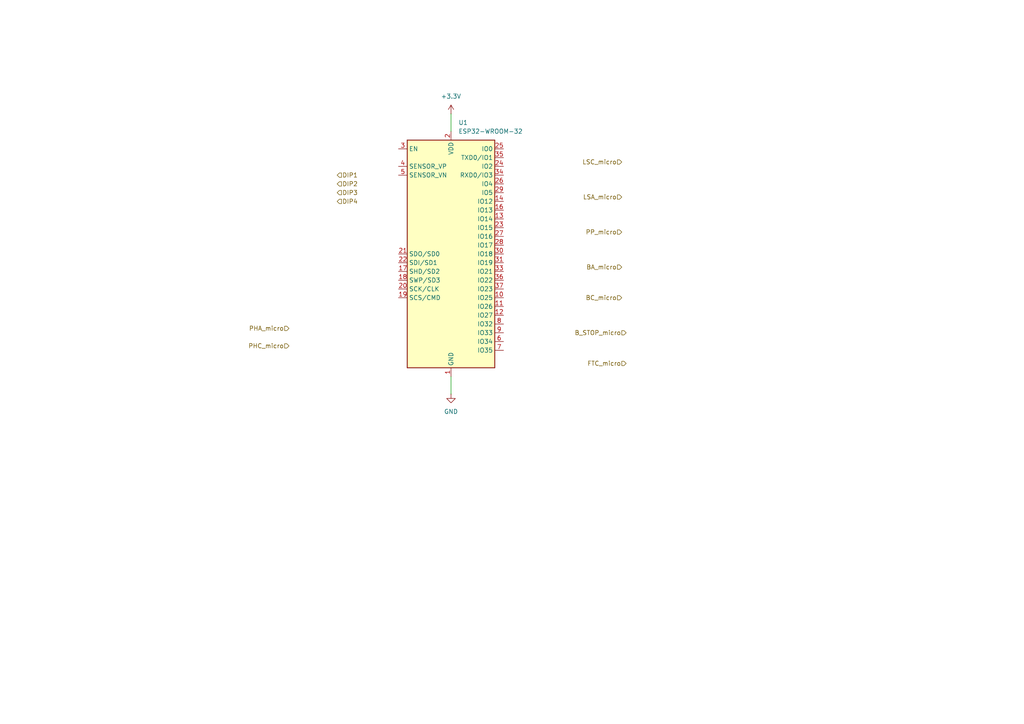
<source format=kicad_sch>
(kicad_sch (version 20250114) (generator "eeschema") (generator_version "9.0")
  (paper "A4")
  (lib_symbols
    (symbol "RF_Module:ESP32-WROOM-32"
      (property "Reference" "U" (at -12.7 34.29 0))
      (property "Value" "ESP32-WROOM-32" (at 1.27 34.29 0))
      (symbol "ESP32-WROOM-32_0_1"
        (rectangle (start -12.7 33.02) (end 12.7 -33.02) (stroke (width 0.254)) (fill (type background)))
      )
      (symbol "ESP32-WROOM-32_1_1"
        (pin input line (at -15.24 30.48 0) (length 2.54) (name "EN") (number "3"))
        (pin input line (at -15.24 25.4 0) (length 2.54) (name "SENSOR_VP") (number "4"))
        (pin input line (at -15.24 22.86 0) (length 2.54) (name "SENSOR_VN") (number "5"))
        (pin bidirectional line (at -15.24 0 0) (length 2.54) (name "SDO/SD0") (number "21"))
        (pin bidirectional line (at -15.24 -2.54 0) (length 2.54) (name "SDI/SD1") (number "22"))
        (pin bidirectional line (at -15.24 -5.08 0) (length 2.54) (name "SHD/SD2") (number "17"))
        (pin bidirectional line (at -15.24 -7.62 0) (length 2.54) (name "SWP/SD3") (number "18"))
        (pin bidirectional line (at -15.24 -10.16 0) (length 2.54) (name "SCK/CLK") (number "20"))
        (pin bidirectional line (at -15.24 -12.7 0) (length 2.54) (name "SCS/CMD") (number "19"))
        (pin no_connect line (at -12.7 -27.94 0) (length 2.54) (hide yes) (name "NC") (number "32"))
        (pin power_in line (at 0 35.56 270) (length 2.54) (name "VDD") (number "2"))
        (pin power_in line (at 0 -35.56 90) (length 2.54) (name "GND") (number "1"))
        (pin passive line (at 0 -35.56 90) (length 2.54) (hide yes) (name "GND") (number "15"))
        (pin passive line (at 0 -35.56 90) (length 2.54) (hide yes) (name "GND") (number "38"))
        (pin passive line (at 0 -35.56 90) (length 2.54) (hide yes) (name "GND") (number "39"))
        (pin bidirectional line (at 15.24 30.48 180) (length 2.54) (name "IO0") (number "25"))
        (pin bidirectional line (at 15.24 27.94 180) (length 2.54) (name "TXD0/IO1") (number "35"))
        (pin bidirectional line (at 15.24 25.4 180) (length 2.54) (name "IO2") (number "24"))
        (pin bidirectional line (at 15.24 22.86 180) (length 2.54) (name "RXD0/IO3") (number "34"))
        (pin bidirectional line (at 15.24 20.32 180) (length 2.54) (name "IO4") (number "26"))
        (pin bidirectional line (at 15.24 17.78 180) (length 2.54) (name "IO5") (number "29"))
        (pin bidirectional line (at 15.24 15.24 180) (length 2.54) (name "IO12") (number "14"))
        (pin bidirectional line (at 15.24 12.7 180) (length 2.54) (name "IO13") (number "16"))
        (pin bidirectional line (at 15.24 10.16 180) (length 2.54) (name "IO14") (number "13"))
        (pin bidirectional line (at 15.24 7.62 180) (length 2.54) (name "IO15") (number "23"))
        (pin bidirectional line (at 15.24 5.08 180) (length 2.54) (name "IO16") (number "27"))
        (pin bidirectional line (at 15.24 2.54 180) (length 2.54) (name "IO17") (number "28"))
        (pin bidirectional line (at 15.24 0 180) (length 2.54) (name "IO18") (number "30"))
        (pin bidirectional line (at 15.24 -2.54 180) (length 2.54) (name "IO19") (number "31"))
        (pin bidirectional line (at 15.24 -5.08 180) (length 2.54) (name "IO21") (number "33"))
        (pin bidirectional line (at 15.24 -7.62 180) (length 2.54) (name "IO22") (number "36"))
        (pin bidirectional line (at 15.24 -10.16 180) (length 2.54) (name "IO23") (number "37"))
        (pin bidirectional line (at 15.24 -12.7 180) (length 2.54) (name "IO25") (number "10"))
        (pin bidirectional line (at 15.24 -15.24 180) (length 2.54) (name "IO26") (number "11"))
        (pin bidirectional line (at 15.24 -17.78 180) (length 2.54) (name "IO27") (number "12"))
        (pin bidirectional line (at 15.24 -20.32 180) (length 2.54) (name "IO32") (number "8"))
        (pin bidirectional line (at 15.24 -22.86 180) (length 2.54) (name "IO33") (number "9"))
        (pin input line (at 15.24 -25.4 180) (length 2.54) (name "IO34") (number "6"))
        (pin input line (at 15.24 -27.94 180) (length 2.54) (name "IO35") (number "7"))
      )
    )
    (symbol "power:+3.3V" (power) (pin_numbers (hide yes)) (pin_names (offset 0) (hide yes))
      (property "Value" "+3.3V" (at 0 3.556 0))
      (symbol "+3.3V_0_1"
        (polyline (pts (xy -0.762 1.27) (xy 0 2.54)))
        (polyline (pts (xy 0 2.54) (xy 0.762 1.27)))
        (polyline (pts (xy 0 0) (xy 0 2.54)))
      )
      (symbol "+3.3V_1_1"
        (pin power_in line (at 0 0 90) (length 0) (name "~") (number "1"))
      )
    )
    (symbol "power:GND" (power) (pin_numbers (hide yes)) (pin_names (offset 0) (hide yes))
      (property "Value" "GND" (at 0 -3.81 0))
      (symbol "GND_0_1"
        (polyline (pts (xy 0 0) (xy 0 -1.27) (xy 1.27 -1.27) (xy 0 -2.54) (xy -1.27 -1.27) (xy 0 -1.27)))
      )
      (symbol "GND_1_1"
        (pin power_in line (at 0 0 270) (length 0) (name "~") (number "1"))
      )
    )
  )
  (wire (pts (xy 130.81 33.02) (xy 130.81 38.1)))
  (wire (pts (xy 130.81 109.22) (xy 130.81 114.3)))
  (hierarchical_label "B_STOP_micro" (shape input) (at 181.61 96.52 180))
  (hierarchical_label "PP_micro" (shape input) (at 180.34 67.31 180))
  (hierarchical_label "LSA_micro" (shape input) (at 180.34 57.15 180))
  (hierarchical_label "DIP4" (shape input) (at 97.79 58.42 0))
  (hierarchical_label "BC_micro" (shape input) (at 180.34 86.36 180))
  (hierarchical_label "DIP2" (shape input) (at 97.79 53.34 0))
  (hierarchical_label "BA_micro" (shape input) (at 180.34 77.47 180))
  (hierarchical_label "FTC_micro" (shape input) (at 181.61 105.41 180))
  (hierarchical_label "PHA_micro" (shape input) (at 83.82 95.25 180))
  (hierarchical_label "PHC_micro" (shape input) (at 83.82 100.33 180))
  (hierarchical_label "DIP1" (shape input) (at 97.79 50.8 0))
  (hierarchical_label "DIP3" (shape input) (at 97.79 55.88 0))
  (hierarchical_label "LSC_micro" (shape input) (at 180.34 46.99 180))
  (symbol (lib_id "RF_Module:ESP32-WROOM-32") (at 130.81 73.66 0) (unit 1)
    (property "Reference" "U1" (at 132.9533 35.56 0) (effects (justify left)))
    (property "Value" "ESP32-WROOM-32" (at 132.9533 38.1 0) (effects (justify left)))
    (property "Footprint" "RF_Module:ESP32-WROOM-32" (effects (hide yes)))
    (property "Datasheet" "https://www.espressif.com/sites/default/files/documentation/esp32-wroom-32_datasheet_en.pdf" (effects (hide yes)))
    (property "Description" "RF Module, ESP32-D0WDQ6 SoC, Wi-Fi 802.11b/g/n, Bluetooth, BLE, 32-bit, 2.7-3.6V, onboard antenna, SMD" (effects (hide yes)))
  )
  (symbol (lib_id "power:GND") (at 130.81 114.3 0) (unit 1)
    (property "Reference" "#PWR010" (effects (hide yes)))
    (property "Value" "GND" (at 130.81 119.38 0))
    (property "Description" "Power symbol creates a global label with name \"GND\" , ground" (effects (hide yes)))
  )
  (symbol (lib_id "power:+3.3V") (at 130.81 33.02 0) (unit 1)
    (property "Reference" "#PWR09" (effects (hide yes)))
    (property "Value" "+3.3V" (at 130.81 27.94 0))
    (property "Description" "Power symbol creates a global label with name \"+3.3V\"" (effects (hide yes)))
  )
)
</source>
